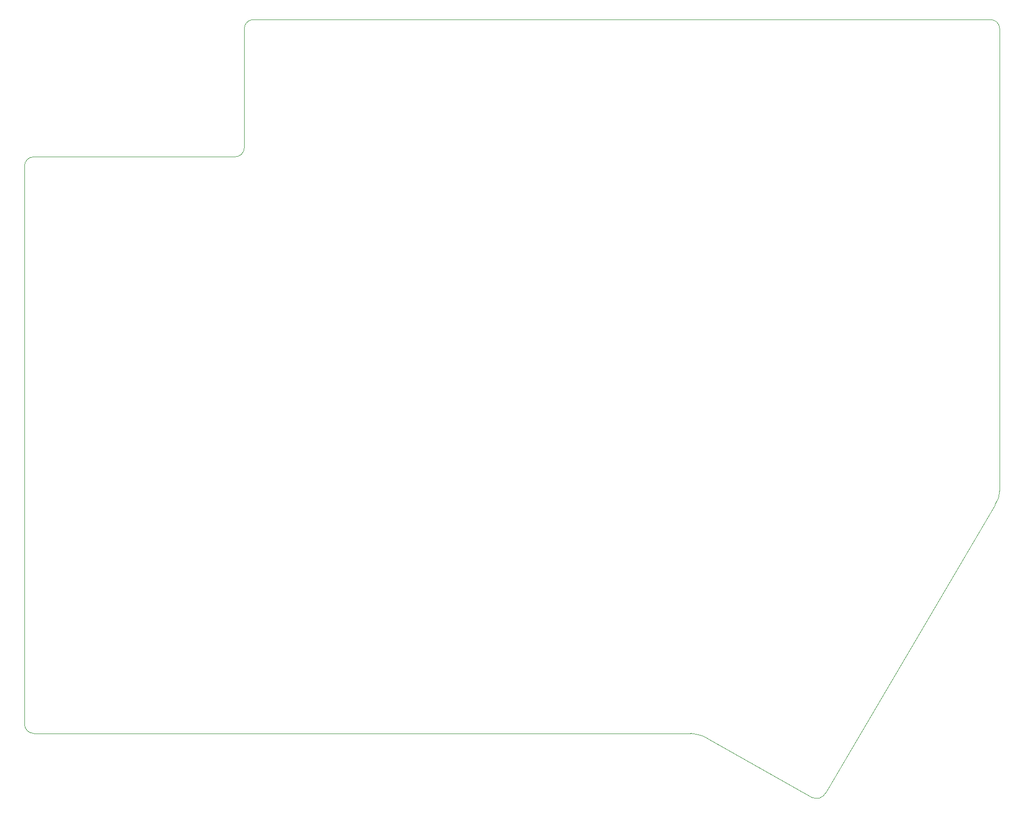
<source format=gm1>
G04 #@! TF.GenerationSoftware,KiCad,Pcbnew,5.1.10*
G04 #@! TF.CreationDate,2021-07-11T16:17:35-04:00*
G04 #@! TF.ProjectId,v02_left,7630325f-6c65-4667-942e-6b696361645f,rev?*
G04 #@! TF.SameCoordinates,Original*
G04 #@! TF.FileFunction,Profile,NP*
%FSLAX46Y46*%
G04 Gerber Fmt 4.6, Leading zero omitted, Abs format (unit mm)*
G04 Created by KiCad (PCBNEW 5.1.10) date 2021-07-11 16:17:35*
%MOMM*%
%LPD*%
G01*
G04 APERTURE LIST*
G04 #@! TA.AperFunction,Profile*
%ADD10C,0.050000*%
G04 #@! TD*
G04 APERTURE END LIST*
D10*
X3968750Y-4762500D02*
G75*
G02*
X5556250Y-6350000I0J-1587500D01*
G01*
X5556250Y-86516665D02*
G75*
G02*
X4762501Y-88900000I-3968749J-2085D01*
G01*
X-47999917Y-128586792D02*
G75*
G02*
X-46864111Y-128784657I-1212583J-10319458D01*
G01*
X-46864110Y-128784656D02*
G75*
G02*
X-45243751Y-129381251I-760890J-4565344D01*
G01*
X-24606250Y-138906249D02*
G75*
G02*
X-26987499Y-139699999I-1587500J793749D01*
G01*
X-161925000Y-128587500D02*
G75*
G02*
X-163512500Y-127000000I0J1587500D01*
G01*
X-163512500Y-30162500D02*
G75*
G02*
X-161925000Y-28575000I1587500J0D01*
G01*
X-125412500Y-26987500D02*
G75*
G02*
X-127000000Y-28575000I-1587500J0D01*
G01*
X-125412500Y-6350000D02*
G75*
G02*
X-123825000Y-4762500I1587500J0D01*
G01*
X5556250Y-6370000D02*
X5556250Y-86518750D01*
X-163512500Y-127000000D02*
X-163512500Y-30162500D01*
X-48000000Y-128587500D02*
X-161925000Y-128587500D01*
X-26987499Y-139699999D02*
X-45243750Y-129381250D01*
X4762501Y-88900000D02*
X-24606250Y-138906250D01*
X-123825000Y-4782500D02*
X3968750Y-4782500D01*
X-125412500Y-26987500D02*
X-125412500Y-6350000D01*
X-161925000Y-28575000D02*
X-127000000Y-28575000D01*
M02*

</source>
